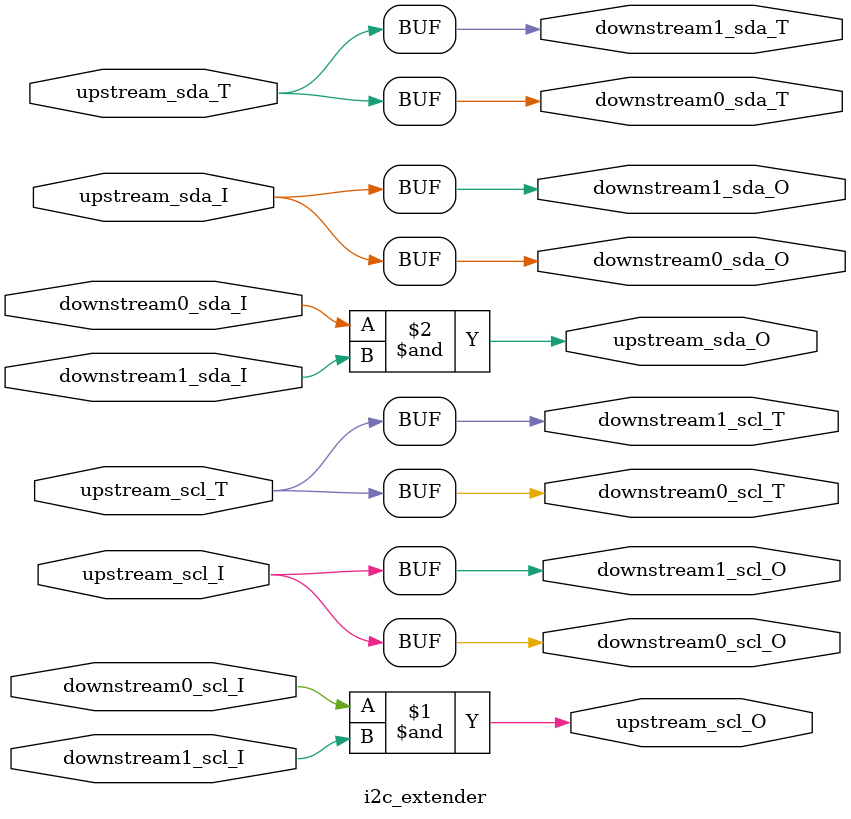
<source format=v>
module i2c_extender
(
	input     upstream_scl_T,
	input     upstream_scl_I,
	output    upstream_scl_O,
	input     upstream_sda_T,
	input     upstream_sda_I,
	output    upstream_sda_O,
	
	output    downstream0_scl_T,
	input     downstream0_scl_I,
	output    downstream0_scl_O,
	output    downstream0_sda_T,
	input     downstream0_sda_I,
	output    downstream0_sda_O,
	output    downstream1_scl_T,
	input     downstream1_scl_I,
	output    downstream1_scl_O,
	output    downstream1_sda_T,
	input     downstream1_sda_I,
	output    downstream1_sda_O	
);
assign downstream0_scl_T = upstream_scl_T;
assign downstream0_scl_O = upstream_scl_I;
assign downstream0_sda_T = upstream_sda_T;
assign downstream0_sda_O = upstream_sda_I;
assign downstream1_scl_T = upstream_scl_T;
assign downstream1_scl_O = upstream_scl_I;
assign downstream1_sda_T = upstream_sda_T;
assign downstream1_sda_O = upstream_sda_I;
assign upstream_scl_O = downstream0_scl_I & downstream1_scl_I;
assign upstream_sda_O = downstream0_sda_I & downstream1_sda_I;
endmodule
</source>
